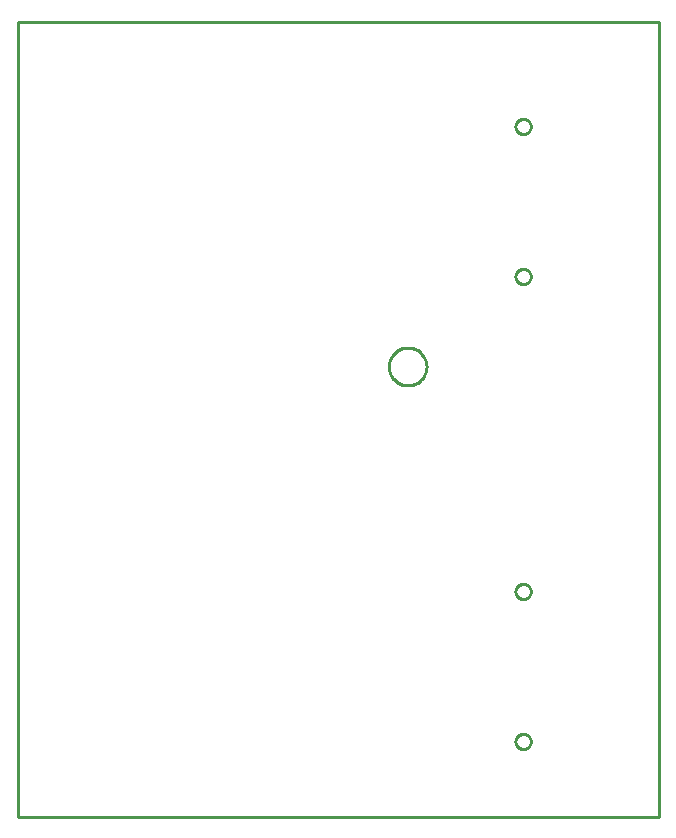
<source format=gbr>
G04 EAGLE Gerber RS-274X export*
G75*
%MOMM*%
%FSLAX34Y34*%
%LPD*%
%IN*%
%IPPOS*%
%AMOC8*
5,1,8,0,0,1.08239X$1,22.5*%
G01*
%ADD10C,0.254000*%


D10*
X0Y0D02*
X542800Y0D01*
X542800Y673000D01*
X0Y673000D01*
X0Y0D01*
X346200Y380476D02*
X346132Y379431D01*
X345995Y378392D01*
X345790Y377365D01*
X345519Y376353D01*
X345183Y375361D01*
X344782Y374393D01*
X344318Y373454D01*
X343795Y372546D01*
X343213Y371675D01*
X342575Y370844D01*
X341884Y370057D01*
X341143Y369316D01*
X340356Y368625D01*
X339525Y367988D01*
X338654Y367406D01*
X337746Y366882D01*
X336807Y366418D01*
X335839Y366017D01*
X334847Y365681D01*
X333835Y365410D01*
X332808Y365205D01*
X331769Y365069D01*
X330724Y365000D01*
X329676Y365000D01*
X328631Y365069D01*
X327592Y365205D01*
X326565Y365410D01*
X325553Y365681D01*
X324561Y366017D01*
X323593Y366418D01*
X322654Y366882D01*
X321746Y367406D01*
X320875Y367988D01*
X320044Y368625D01*
X319257Y369316D01*
X318516Y370057D01*
X317825Y370844D01*
X317188Y371675D01*
X316606Y372546D01*
X316082Y373454D01*
X315618Y374393D01*
X315217Y375361D01*
X314881Y376353D01*
X314610Y377365D01*
X314405Y378392D01*
X314269Y379431D01*
X314200Y380476D01*
X314200Y381524D01*
X314269Y382569D01*
X314405Y383608D01*
X314610Y384635D01*
X314881Y385647D01*
X315217Y386639D01*
X315618Y387607D01*
X316082Y388546D01*
X316606Y389454D01*
X317188Y390325D01*
X317825Y391156D01*
X318516Y391943D01*
X319257Y392684D01*
X320044Y393375D01*
X320875Y394013D01*
X321746Y394595D01*
X322654Y395118D01*
X323593Y395582D01*
X324561Y395983D01*
X325553Y396319D01*
X326565Y396590D01*
X327592Y396795D01*
X328631Y396932D01*
X329676Y397000D01*
X330724Y397000D01*
X331769Y396932D01*
X332808Y396795D01*
X333835Y396590D01*
X334847Y396319D01*
X335839Y395983D01*
X336807Y395582D01*
X337746Y395118D01*
X338654Y394595D01*
X339525Y394013D01*
X340356Y393375D01*
X341143Y392684D01*
X341884Y391943D01*
X342575Y391156D01*
X343213Y390325D01*
X343795Y389454D01*
X344318Y388546D01*
X344782Y387607D01*
X345183Y386639D01*
X345519Y385647D01*
X345790Y384635D01*
X345995Y383608D01*
X346132Y382569D01*
X346200Y381524D01*
X346200Y380476D01*
X428319Y70000D02*
X428955Y69937D01*
X429581Y69813D01*
X430192Y69627D01*
X430782Y69383D01*
X431346Y69082D01*
X431877Y68727D01*
X432370Y68322D01*
X432822Y67870D01*
X433227Y67377D01*
X433582Y66846D01*
X433883Y66282D01*
X434127Y65692D01*
X434313Y65081D01*
X434437Y64455D01*
X434500Y63819D01*
X434500Y63181D01*
X434437Y62545D01*
X434313Y61919D01*
X434127Y61308D01*
X433883Y60718D01*
X433582Y60154D01*
X433227Y59623D01*
X432822Y59130D01*
X432370Y58678D01*
X431877Y58273D01*
X431346Y57918D01*
X430782Y57617D01*
X430192Y57373D01*
X429581Y57187D01*
X428955Y57063D01*
X428319Y57000D01*
X427681Y57000D01*
X427045Y57063D01*
X426419Y57187D01*
X425808Y57373D01*
X425218Y57617D01*
X424654Y57918D01*
X424123Y58273D01*
X423630Y58678D01*
X423178Y59130D01*
X422773Y59623D01*
X422418Y60154D01*
X422117Y60718D01*
X421873Y61308D01*
X421687Y61919D01*
X421563Y62545D01*
X421500Y63181D01*
X421500Y63819D01*
X421563Y64455D01*
X421687Y65081D01*
X421873Y65692D01*
X422117Y66282D01*
X422418Y66846D01*
X422773Y67377D01*
X423178Y67870D01*
X423630Y68322D01*
X424123Y68727D01*
X424654Y69082D01*
X425218Y69383D01*
X425808Y69627D01*
X426419Y69813D01*
X427045Y69937D01*
X427681Y70000D01*
X428319Y70000D01*
X428319Y590700D02*
X428955Y590637D01*
X429581Y590513D01*
X430192Y590327D01*
X430782Y590083D01*
X431346Y589782D01*
X431877Y589427D01*
X432370Y589022D01*
X432822Y588570D01*
X433227Y588077D01*
X433582Y587546D01*
X433883Y586982D01*
X434127Y586392D01*
X434313Y585781D01*
X434437Y585155D01*
X434500Y584519D01*
X434500Y583881D01*
X434437Y583245D01*
X434313Y582619D01*
X434127Y582008D01*
X433883Y581418D01*
X433582Y580854D01*
X433227Y580323D01*
X432822Y579830D01*
X432370Y579378D01*
X431877Y578973D01*
X431346Y578618D01*
X430782Y578317D01*
X430192Y578073D01*
X429581Y577887D01*
X428955Y577763D01*
X428319Y577700D01*
X427681Y577700D01*
X427045Y577763D01*
X426419Y577887D01*
X425808Y578073D01*
X425218Y578317D01*
X424654Y578618D01*
X424123Y578973D01*
X423630Y579378D01*
X423178Y579830D01*
X422773Y580323D01*
X422418Y580854D01*
X422117Y581418D01*
X421873Y582008D01*
X421687Y582619D01*
X421563Y583245D01*
X421500Y583881D01*
X421500Y584519D01*
X421563Y585155D01*
X421687Y585781D01*
X421873Y586392D01*
X422117Y586982D01*
X422418Y587546D01*
X422773Y588077D01*
X423178Y588570D01*
X423630Y589022D01*
X424123Y589427D01*
X424654Y589782D01*
X425218Y590083D01*
X425808Y590327D01*
X426419Y590513D01*
X427045Y590637D01*
X427681Y590700D01*
X428319Y590700D01*
X428319Y463700D02*
X428955Y463637D01*
X429581Y463513D01*
X430192Y463327D01*
X430782Y463083D01*
X431346Y462782D01*
X431877Y462427D01*
X432370Y462022D01*
X432822Y461570D01*
X433227Y461077D01*
X433582Y460546D01*
X433883Y459982D01*
X434127Y459392D01*
X434313Y458781D01*
X434437Y458155D01*
X434500Y457519D01*
X434500Y456881D01*
X434437Y456245D01*
X434313Y455619D01*
X434127Y455008D01*
X433883Y454418D01*
X433582Y453854D01*
X433227Y453323D01*
X432822Y452830D01*
X432370Y452378D01*
X431877Y451973D01*
X431346Y451618D01*
X430782Y451317D01*
X430192Y451073D01*
X429581Y450887D01*
X428955Y450763D01*
X428319Y450700D01*
X427681Y450700D01*
X427045Y450763D01*
X426419Y450887D01*
X425808Y451073D01*
X425218Y451317D01*
X424654Y451618D01*
X424123Y451973D01*
X423630Y452378D01*
X423178Y452830D01*
X422773Y453323D01*
X422418Y453854D01*
X422117Y454418D01*
X421873Y455008D01*
X421687Y455619D01*
X421563Y456245D01*
X421500Y456881D01*
X421500Y457519D01*
X421563Y458155D01*
X421687Y458781D01*
X421873Y459392D01*
X422117Y459982D01*
X422418Y460546D01*
X422773Y461077D01*
X423178Y461570D01*
X423630Y462022D01*
X424123Y462427D01*
X424654Y462782D01*
X425218Y463083D01*
X425808Y463327D01*
X426419Y463513D01*
X427045Y463637D01*
X427681Y463700D01*
X428319Y463700D01*
X428319Y197000D02*
X428955Y196937D01*
X429581Y196813D01*
X430192Y196627D01*
X430782Y196383D01*
X431346Y196082D01*
X431877Y195727D01*
X432370Y195322D01*
X432822Y194870D01*
X433227Y194377D01*
X433582Y193846D01*
X433883Y193282D01*
X434127Y192692D01*
X434313Y192081D01*
X434437Y191455D01*
X434500Y190819D01*
X434500Y190181D01*
X434437Y189545D01*
X434313Y188919D01*
X434127Y188308D01*
X433883Y187718D01*
X433582Y187154D01*
X433227Y186623D01*
X432822Y186130D01*
X432370Y185678D01*
X431877Y185273D01*
X431346Y184918D01*
X430782Y184617D01*
X430192Y184373D01*
X429581Y184187D01*
X428955Y184063D01*
X428319Y184000D01*
X427681Y184000D01*
X427045Y184063D01*
X426419Y184187D01*
X425808Y184373D01*
X425218Y184617D01*
X424654Y184918D01*
X424123Y185273D01*
X423630Y185678D01*
X423178Y186130D01*
X422773Y186623D01*
X422418Y187154D01*
X422117Y187718D01*
X421873Y188308D01*
X421687Y188919D01*
X421563Y189545D01*
X421500Y190181D01*
X421500Y190819D01*
X421563Y191455D01*
X421687Y192081D01*
X421873Y192692D01*
X422117Y193282D01*
X422418Y193846D01*
X422773Y194377D01*
X423178Y194870D01*
X423630Y195322D01*
X424123Y195727D01*
X424654Y196082D01*
X425218Y196383D01*
X425808Y196627D01*
X426419Y196813D01*
X427045Y196937D01*
X427681Y197000D01*
X428319Y197000D01*
M02*

</source>
